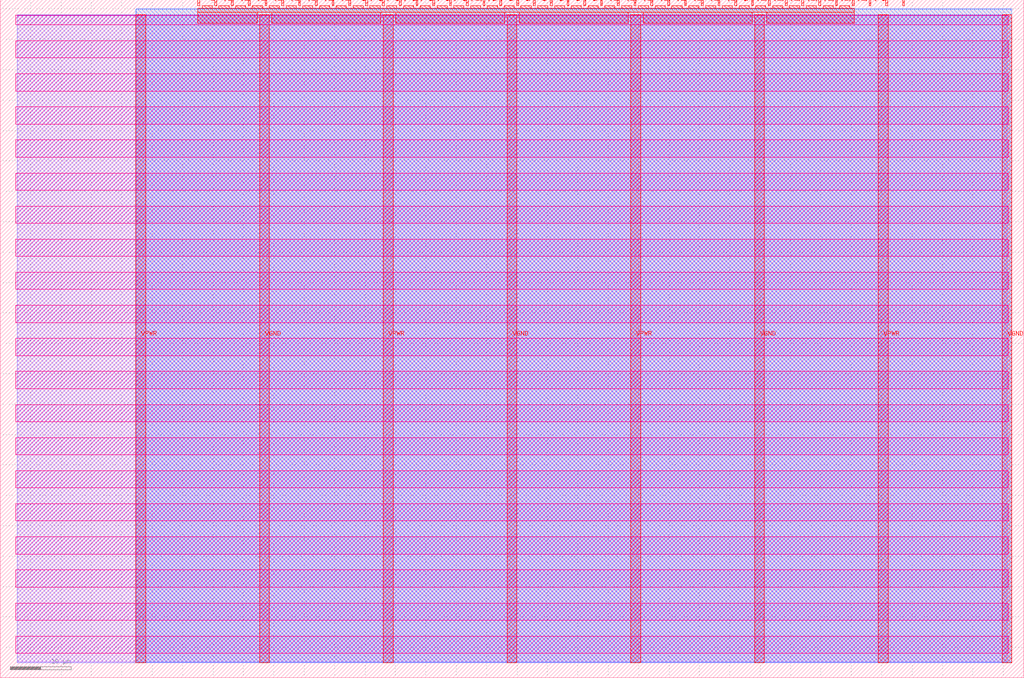
<source format=lef>
VERSION 5.7 ;
  NOWIREEXTENSIONATPIN ON ;
  DIVIDERCHAR "/" ;
  BUSBITCHARS "[]" ;
MACRO tt_um_wokwi_380409019830656001
  CLASS BLOCK ;
  FOREIGN tt_um_wokwi_380409019830656001 ;
  ORIGIN 0.000 0.000 ;
  SIZE 168.360 BY 111.520 ;
  PIN VGND
    DIRECTION INOUT ;
    USE GROUND ;
    PORT
      LAYER met4 ;
        RECT 42.670 2.480 44.270 109.040 ;
    END
    PORT
      LAYER met4 ;
        RECT 83.380 2.480 84.980 109.040 ;
    END
    PORT
      LAYER met4 ;
        RECT 124.090 2.480 125.690 109.040 ;
    END
    PORT
      LAYER met4 ;
        RECT 164.800 2.480 166.400 109.040 ;
    END
  END VGND
  PIN VPWR
    DIRECTION INOUT ;
    USE POWER ;
    PORT
      LAYER met4 ;
        RECT 22.315 2.480 23.915 109.040 ;
    END
    PORT
      LAYER met4 ;
        RECT 63.025 2.480 64.625 109.040 ;
    END
    PORT
      LAYER met4 ;
        RECT 103.735 2.480 105.335 109.040 ;
    END
    PORT
      LAYER met4 ;
        RECT 144.445 2.480 146.045 109.040 ;
    END
  END VPWR
  PIN clk
    DIRECTION INPUT ;
    USE SIGNAL ;
    PORT
      LAYER met4 ;
        RECT 145.670 110.520 145.970 111.520 ;
    END
  END clk
  PIN ena
    DIRECTION INPUT ;
    USE SIGNAL ;
    PORT
      LAYER met4 ;
        RECT 148.430 110.520 148.730 111.520 ;
    END
  END ena
  PIN rst_n
    DIRECTION INPUT ;
    USE SIGNAL ;
    PORT
      LAYER met4 ;
        RECT 142.910 110.520 143.210 111.520 ;
    END
  END rst_n
  PIN ui_in[0]
    DIRECTION INPUT ;
    USE SIGNAL ;
    ANTENNAGATEAREA 0.196500 ;
    PORT
      LAYER met4 ;
        RECT 140.150 110.520 140.450 111.520 ;
    END
  END ui_in[0]
  PIN ui_in[1]
    DIRECTION INPUT ;
    USE SIGNAL ;
    ANTENNAGATEAREA 0.196500 ;
    PORT
      LAYER met4 ;
        RECT 137.390 110.520 137.690 111.520 ;
    END
  END ui_in[1]
  PIN ui_in[2]
    DIRECTION INPUT ;
    USE SIGNAL ;
    PORT
      LAYER met4 ;
        RECT 134.630 110.520 134.930 111.520 ;
    END
  END ui_in[2]
  PIN ui_in[3]
    DIRECTION INPUT ;
    USE SIGNAL ;
    PORT
      LAYER met4 ;
        RECT 131.870 110.520 132.170 111.520 ;
    END
  END ui_in[3]
  PIN ui_in[4]
    DIRECTION INPUT ;
    USE SIGNAL ;
    PORT
      LAYER met4 ;
        RECT 129.110 110.520 129.410 111.520 ;
    END
  END ui_in[4]
  PIN ui_in[5]
    DIRECTION INPUT ;
    USE SIGNAL ;
    PORT
      LAYER met4 ;
        RECT 126.350 110.520 126.650 111.520 ;
    END
  END ui_in[5]
  PIN ui_in[6]
    DIRECTION INPUT ;
    USE SIGNAL ;
    PORT
      LAYER met4 ;
        RECT 123.590 110.520 123.890 111.520 ;
    END
  END ui_in[6]
  PIN ui_in[7]
    DIRECTION INPUT ;
    USE SIGNAL ;
    PORT
      LAYER met4 ;
        RECT 120.830 110.520 121.130 111.520 ;
    END
  END ui_in[7]
  PIN uio_in[0]
    DIRECTION INPUT ;
    USE SIGNAL ;
    PORT
      LAYER met4 ;
        RECT 118.070 110.520 118.370 111.520 ;
    END
  END uio_in[0]
  PIN uio_in[1]
    DIRECTION INPUT ;
    USE SIGNAL ;
    PORT
      LAYER met4 ;
        RECT 115.310 110.520 115.610 111.520 ;
    END
  END uio_in[1]
  PIN uio_in[2]
    DIRECTION INPUT ;
    USE SIGNAL ;
    PORT
      LAYER met4 ;
        RECT 112.550 110.520 112.850 111.520 ;
    END
  END uio_in[2]
  PIN uio_in[3]
    DIRECTION INPUT ;
    USE SIGNAL ;
    PORT
      LAYER met4 ;
        RECT 109.790 110.520 110.090 111.520 ;
    END
  END uio_in[3]
  PIN uio_in[4]
    DIRECTION INPUT ;
    USE SIGNAL ;
    PORT
      LAYER met4 ;
        RECT 107.030 110.520 107.330 111.520 ;
    END
  END uio_in[4]
  PIN uio_in[5]
    DIRECTION INPUT ;
    USE SIGNAL ;
    PORT
      LAYER met4 ;
        RECT 104.270 110.520 104.570 111.520 ;
    END
  END uio_in[5]
  PIN uio_in[6]
    DIRECTION INPUT ;
    USE SIGNAL ;
    PORT
      LAYER met4 ;
        RECT 101.510 110.520 101.810 111.520 ;
    END
  END uio_in[6]
  PIN uio_in[7]
    DIRECTION INPUT ;
    USE SIGNAL ;
    PORT
      LAYER met4 ;
        RECT 98.750 110.520 99.050 111.520 ;
    END
  END uio_in[7]
  PIN uio_oe[0]
    DIRECTION OUTPUT TRISTATE ;
    USE SIGNAL ;
    PORT
      LAYER met4 ;
        RECT 51.830 110.520 52.130 111.520 ;
    END
  END uio_oe[0]
  PIN uio_oe[1]
    DIRECTION OUTPUT TRISTATE ;
    USE SIGNAL ;
    PORT
      LAYER met4 ;
        RECT 49.070 110.520 49.370 111.520 ;
    END
  END uio_oe[1]
  PIN uio_oe[2]
    DIRECTION OUTPUT TRISTATE ;
    USE SIGNAL ;
    PORT
      LAYER met4 ;
        RECT 46.310 110.520 46.610 111.520 ;
    END
  END uio_oe[2]
  PIN uio_oe[3]
    DIRECTION OUTPUT TRISTATE ;
    USE SIGNAL ;
    PORT
      LAYER met4 ;
        RECT 43.550 110.520 43.850 111.520 ;
    END
  END uio_oe[3]
  PIN uio_oe[4]
    DIRECTION OUTPUT TRISTATE ;
    USE SIGNAL ;
    PORT
      LAYER met4 ;
        RECT 40.790 110.520 41.090 111.520 ;
    END
  END uio_oe[4]
  PIN uio_oe[5]
    DIRECTION OUTPUT TRISTATE ;
    USE SIGNAL ;
    PORT
      LAYER met4 ;
        RECT 38.030 110.520 38.330 111.520 ;
    END
  END uio_oe[5]
  PIN uio_oe[6]
    DIRECTION OUTPUT TRISTATE ;
    USE SIGNAL ;
    PORT
      LAYER met4 ;
        RECT 35.270 110.520 35.570 111.520 ;
    END
  END uio_oe[6]
  PIN uio_oe[7]
    DIRECTION OUTPUT TRISTATE ;
    USE SIGNAL ;
    PORT
      LAYER met4 ;
        RECT 32.510 110.520 32.810 111.520 ;
    END
  END uio_oe[7]
  PIN uio_out[0]
    DIRECTION OUTPUT TRISTATE ;
    USE SIGNAL ;
    PORT
      LAYER met4 ;
        RECT 73.910 110.520 74.210 111.520 ;
    END
  END uio_out[0]
  PIN uio_out[1]
    DIRECTION OUTPUT TRISTATE ;
    USE SIGNAL ;
    PORT
      LAYER met4 ;
        RECT 71.150 110.520 71.450 111.520 ;
    END
  END uio_out[1]
  PIN uio_out[2]
    DIRECTION OUTPUT TRISTATE ;
    USE SIGNAL ;
    PORT
      LAYER met4 ;
        RECT 68.390 110.520 68.690 111.520 ;
    END
  END uio_out[2]
  PIN uio_out[3]
    DIRECTION OUTPUT TRISTATE ;
    USE SIGNAL ;
    PORT
      LAYER met4 ;
        RECT 65.630 110.520 65.930 111.520 ;
    END
  END uio_out[3]
  PIN uio_out[4]
    DIRECTION OUTPUT TRISTATE ;
    USE SIGNAL ;
    PORT
      LAYER met4 ;
        RECT 62.870 110.520 63.170 111.520 ;
    END
  END uio_out[4]
  PIN uio_out[5]
    DIRECTION OUTPUT TRISTATE ;
    USE SIGNAL ;
    PORT
      LAYER met4 ;
        RECT 60.110 110.520 60.410 111.520 ;
    END
  END uio_out[5]
  PIN uio_out[6]
    DIRECTION OUTPUT TRISTATE ;
    USE SIGNAL ;
    PORT
      LAYER met4 ;
        RECT 57.350 110.520 57.650 111.520 ;
    END
  END uio_out[6]
  PIN uio_out[7]
    DIRECTION OUTPUT TRISTATE ;
    USE SIGNAL ;
    PORT
      LAYER met4 ;
        RECT 54.590 110.520 54.890 111.520 ;
    END
  END uio_out[7]
  PIN uo_out[0]
    DIRECTION OUTPUT TRISTATE ;
    USE SIGNAL ;
    ANTENNADIFFAREA 0.795200 ;
    PORT
      LAYER met4 ;
        RECT 95.990 110.520 96.290 111.520 ;
    END
  END uo_out[0]
  PIN uo_out[1]
    DIRECTION OUTPUT TRISTATE ;
    USE SIGNAL ;
    ANTENNADIFFAREA 0.445500 ;
    PORT
      LAYER met4 ;
        RECT 93.230 110.520 93.530 111.520 ;
    END
  END uo_out[1]
  PIN uo_out[2]
    DIRECTION OUTPUT TRISTATE ;
    USE SIGNAL ;
    ANTENNADIFFAREA 0.445500 ;
    PORT
      LAYER met4 ;
        RECT 90.470 110.520 90.770 111.520 ;
    END
  END uo_out[2]
  PIN uo_out[3]
    DIRECTION OUTPUT TRISTATE ;
    USE SIGNAL ;
    PORT
      LAYER met4 ;
        RECT 87.710 110.520 88.010 111.520 ;
    END
  END uo_out[3]
  PIN uo_out[4]
    DIRECTION OUTPUT TRISTATE ;
    USE SIGNAL ;
    PORT
      LAYER met4 ;
        RECT 84.950 110.520 85.250 111.520 ;
    END
  END uo_out[4]
  PIN uo_out[5]
    DIRECTION OUTPUT TRISTATE ;
    USE SIGNAL ;
    PORT
      LAYER met4 ;
        RECT 82.190 110.520 82.490 111.520 ;
    END
  END uo_out[5]
  PIN uo_out[6]
    DIRECTION OUTPUT TRISTATE ;
    USE SIGNAL ;
    PORT
      LAYER met4 ;
        RECT 79.430 110.520 79.730 111.520 ;
    END
  END uo_out[6]
  PIN uo_out[7]
    DIRECTION OUTPUT TRISTATE ;
    USE SIGNAL ;
    PORT
      LAYER met4 ;
        RECT 76.670 110.520 76.970 111.520 ;
    END
  END uo_out[7]
  OBS
      LAYER nwell ;
        RECT 2.570 107.385 165.790 108.990 ;
        RECT 2.570 101.945 165.790 104.775 ;
        RECT 2.570 96.505 165.790 99.335 ;
        RECT 2.570 91.065 165.790 93.895 ;
        RECT 2.570 85.625 165.790 88.455 ;
        RECT 2.570 80.185 165.790 83.015 ;
        RECT 2.570 74.745 165.790 77.575 ;
        RECT 2.570 69.305 165.790 72.135 ;
        RECT 2.570 63.865 165.790 66.695 ;
        RECT 2.570 58.425 165.790 61.255 ;
        RECT 2.570 52.985 165.790 55.815 ;
        RECT 2.570 47.545 165.790 50.375 ;
        RECT 2.570 42.105 165.790 44.935 ;
        RECT 2.570 36.665 165.790 39.495 ;
        RECT 2.570 31.225 165.790 34.055 ;
        RECT 2.570 25.785 165.790 28.615 ;
        RECT 2.570 20.345 165.790 23.175 ;
        RECT 2.570 14.905 165.790 17.735 ;
        RECT 2.570 9.465 165.790 12.295 ;
        RECT 2.570 4.025 165.790 6.855 ;
      LAYER li1 ;
        RECT 2.760 2.635 165.600 108.885 ;
      LAYER met1 ;
        RECT 2.760 2.480 166.400 109.040 ;
      LAYER met2 ;
        RECT 22.345 2.535 166.370 110.005 ;
      LAYER met3 ;
        RECT 22.325 2.555 166.390 109.985 ;
      LAYER met4 ;
        RECT 33.210 110.120 34.870 110.520 ;
        RECT 35.970 110.120 37.630 110.520 ;
        RECT 38.730 110.120 40.390 110.520 ;
        RECT 41.490 110.120 43.150 110.520 ;
        RECT 44.250 110.120 45.910 110.520 ;
        RECT 47.010 110.120 48.670 110.520 ;
        RECT 49.770 110.120 51.430 110.520 ;
        RECT 52.530 110.120 54.190 110.520 ;
        RECT 55.290 110.120 56.950 110.520 ;
        RECT 58.050 110.120 59.710 110.520 ;
        RECT 60.810 110.120 62.470 110.520 ;
        RECT 63.570 110.120 65.230 110.520 ;
        RECT 66.330 110.120 67.990 110.520 ;
        RECT 69.090 110.120 70.750 110.520 ;
        RECT 71.850 110.120 73.510 110.520 ;
        RECT 74.610 110.120 76.270 110.520 ;
        RECT 77.370 110.120 79.030 110.520 ;
        RECT 80.130 110.120 81.790 110.520 ;
        RECT 82.890 110.120 84.550 110.520 ;
        RECT 85.650 110.120 87.310 110.520 ;
        RECT 88.410 110.120 90.070 110.520 ;
        RECT 91.170 110.120 92.830 110.520 ;
        RECT 93.930 110.120 95.590 110.520 ;
        RECT 96.690 110.120 98.350 110.520 ;
        RECT 99.450 110.120 101.110 110.520 ;
        RECT 102.210 110.120 103.870 110.520 ;
        RECT 104.970 110.120 106.630 110.520 ;
        RECT 107.730 110.120 109.390 110.520 ;
        RECT 110.490 110.120 112.150 110.520 ;
        RECT 113.250 110.120 114.910 110.520 ;
        RECT 116.010 110.120 117.670 110.520 ;
        RECT 118.770 110.120 120.430 110.520 ;
        RECT 121.530 110.120 123.190 110.520 ;
        RECT 124.290 110.120 125.950 110.520 ;
        RECT 127.050 110.120 128.710 110.520 ;
        RECT 129.810 110.120 131.470 110.520 ;
        RECT 132.570 110.120 134.230 110.520 ;
        RECT 135.330 110.120 136.990 110.520 ;
        RECT 138.090 110.120 139.750 110.520 ;
        RECT 32.495 109.440 140.465 110.120 ;
        RECT 32.495 107.615 42.270 109.440 ;
        RECT 44.670 107.615 62.625 109.440 ;
        RECT 65.025 107.615 82.980 109.440 ;
        RECT 85.380 107.615 103.335 109.440 ;
        RECT 105.735 107.615 123.690 109.440 ;
        RECT 126.090 107.615 140.465 109.440 ;
  END
END tt_um_wokwi_380409019830656001
END LIBRARY


</source>
